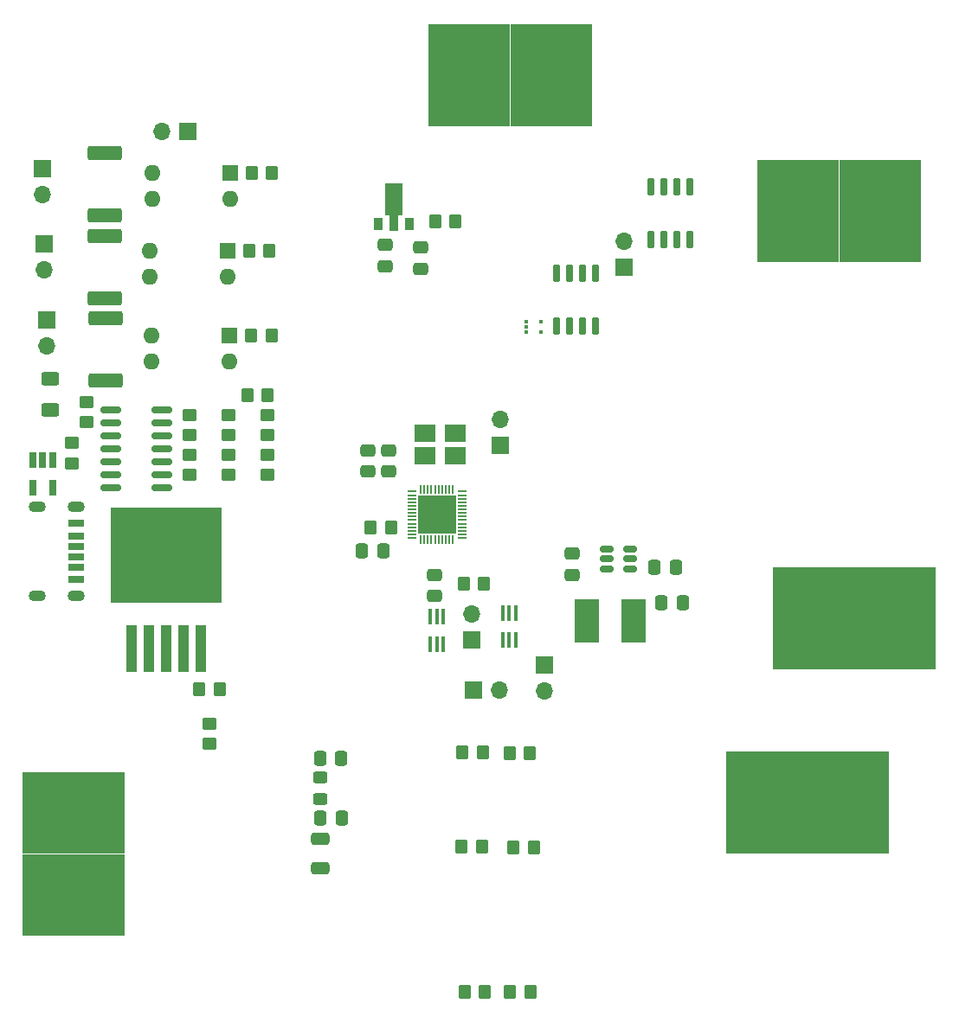
<source format=gbr>
%TF.GenerationSoftware,KiCad,Pcbnew,(6.0.2)*%
%TF.CreationDate,2022-04-25T03:39:25-07:00*%
%TF.ProjectId,schematic,73636865-6d61-4746-9963-2e6b69636164,rev?*%
%TF.SameCoordinates,Original*%
%TF.FileFunction,Soldermask,Top*%
%TF.FilePolarity,Negative*%
%FSLAX46Y46*%
G04 Gerber Fmt 4.6, Leading zero omitted, Abs format (unit mm)*
G04 Created by KiCad (PCBNEW (6.0.2)) date 2022-04-25 03:39:25*
%MOMM*%
%LPD*%
G01*
G04 APERTURE LIST*
G04 Aperture macros list*
%AMRoundRect*
0 Rectangle with rounded corners*
0 $1 Rounding radius*
0 $2 $3 $4 $5 $6 $7 $8 $9 X,Y pos of 4 corners*
0 Add a 4 corners polygon primitive as box body*
4,1,4,$2,$3,$4,$5,$6,$7,$8,$9,$2,$3,0*
0 Add four circle primitives for the rounded corners*
1,1,$1+$1,$2,$3*
1,1,$1+$1,$4,$5*
1,1,$1+$1,$6,$7*
1,1,$1+$1,$8,$9*
0 Add four rect primitives between the rounded corners*
20,1,$1+$1,$2,$3,$4,$5,0*
20,1,$1+$1,$4,$5,$6,$7,0*
20,1,$1+$1,$6,$7,$8,$9,0*
20,1,$1+$1,$8,$9,$2,$3,0*%
%AMFreePoly0*
4,1,9,3.862500,-0.866500,0.737500,-0.866500,0.737500,-0.450000,-0.737500,-0.450000,-0.737500,0.450000,0.737500,0.450000,0.737500,0.866500,3.862500,0.866500,3.862500,-0.866500,3.862500,-0.866500,$1*%
G04 Aperture macros list end*
%ADD10O,1.700000X1.700000*%
%ADD11R,1.700000X1.700000*%
%ADD12RoundRect,0.250000X-0.650000X0.350000X-0.650000X-0.350000X0.650000X-0.350000X0.650000X0.350000X0*%
%ADD13RoundRect,0.250000X-0.337500X-0.475000X0.337500X-0.475000X0.337500X0.475000X-0.337500X0.475000X0*%
%ADD14RoundRect,0.250000X0.450000X-0.325000X0.450000X0.325000X-0.450000X0.325000X-0.450000X-0.325000X0*%
%ADD15R,0.400000X1.500000*%
%ADD16RoundRect,0.250000X-0.350000X-0.450000X0.350000X-0.450000X0.350000X0.450000X-0.350000X0.450000X0*%
%ADD17RoundRect,0.250000X0.337500X0.475000X-0.337500X0.475000X-0.337500X-0.475000X0.337500X-0.475000X0*%
%ADD18RoundRect,0.150000X-0.150000X0.725000X-0.150000X-0.725000X0.150000X-0.725000X0.150000X0.725000X0*%
%ADD19RoundRect,0.150000X0.512500X0.150000X-0.512500X0.150000X-0.512500X-0.150000X0.512500X-0.150000X0*%
%ADD20R,0.900000X1.300000*%
%ADD21FreePoly0,90.000000*%
%ADD22RoundRect,0.250000X-0.475000X0.337500X-0.475000X-0.337500X0.475000X-0.337500X0.475000X0.337500X0*%
%ADD23RoundRect,0.250000X0.450000X-0.350000X0.450000X0.350000X-0.450000X0.350000X-0.450000X-0.350000X0*%
%ADD24RoundRect,0.250000X-0.450000X0.350000X-0.450000X-0.350000X0.450000X-0.350000X0.450000X0.350000X0*%
%ADD25R,2.400000X4.200000*%
%ADD26R,0.650000X1.560000*%
%ADD27RoundRect,0.250000X0.350000X0.450000X-0.350000X0.450000X-0.350000X-0.450000X0.350000X-0.450000X0*%
%ADD28R,8.000000X10.000000*%
%ADD29O,1.700000X1.100000*%
%ADD30R,1.600000X0.800000*%
%ADD31R,1.600000X0.760000*%
%ADD32R,1.600000X0.700000*%
%ADD33R,2.100000X1.800000*%
%ADD34R,1.100000X4.600000*%
%ADD35R,10.800000X9.400000*%
%ADD36RoundRect,0.050000X-0.350000X-0.050000X0.350000X-0.050000X0.350000X0.050000X-0.350000X0.050000X0*%
%ADD37RoundRect,0.050000X-0.050000X-0.350000X0.050000X-0.350000X0.050000X0.350000X-0.050000X0.350000X0*%
%ADD38R,3.700000X3.700000*%
%ADD39R,10.000000X8.000000*%
%ADD40RoundRect,0.250000X0.625000X-0.400000X0.625000X0.400000X-0.625000X0.400000X-0.625000X-0.400000X0*%
%ADD41R,0.450000X0.300000*%
%ADD42RoundRect,0.150000X-0.825000X-0.150000X0.825000X-0.150000X0.825000X0.150000X-0.825000X0.150000X0*%
%ADD43RoundRect,0.249999X-1.425001X0.450001X-1.425001X-0.450001X1.425001X-0.450001X1.425001X0.450001X0*%
%ADD44RoundRect,0.150000X0.150000X-0.725000X0.150000X0.725000X-0.150000X0.725000X-0.150000X-0.725000X0*%
%ADD45RoundRect,0.250000X0.475000X-0.337500X0.475000X0.337500X-0.475000X0.337500X-0.475000X-0.337500X0*%
%ADD46O,1.600000X1.600000*%
%ADD47R,1.600000X1.600000*%
G04 APERTURE END LIST*
D10*
%TO.C,J11*%
X149123400Y-110515400D03*
D11*
X149123400Y-107975400D03*
%TD*%
D10*
%TO.C,J10*%
X142011400Y-103002000D03*
D11*
X142011400Y-105542000D03*
%TD*%
D10*
%TO.C,J9*%
X144805400Y-84002800D03*
D11*
X144805400Y-86542800D03*
%TD*%
D10*
%TO.C,J4*%
X144703800Y-110439200D03*
D11*
X142163800Y-110439200D03*
%TD*%
D12*
%TO.C,AE1*%
X127203200Y-125018800D03*
X127203200Y-127918800D03*
%TD*%
D13*
%TO.C,C1*%
X127203200Y-122986800D03*
X129278200Y-122986800D03*
%TD*%
%TO.C,C2*%
X127177800Y-117170200D03*
X129252800Y-117170200D03*
%TD*%
D14*
%TO.C,L1*%
X127203200Y-121099800D03*
X127203200Y-119049800D03*
%TD*%
D15*
%TO.C,U21*%
X146319000Y-105597000D03*
X145669000Y-105597000D03*
X145019000Y-105597000D03*
X145019000Y-102937000D03*
X145669000Y-102937000D03*
X146319000Y-102937000D03*
%TD*%
%TO.C,U20*%
X137932400Y-103292600D03*
X138582400Y-103292600D03*
X139232400Y-103292600D03*
X139232400Y-105952600D03*
X138582400Y-105952600D03*
X137932400Y-105952600D03*
%TD*%
D16*
%TO.C,R10*%
X132096000Y-94589600D03*
X134096000Y-94589600D03*
%TD*%
D17*
%TO.C,C16*%
X133350000Y-96875600D03*
X131275000Y-96875600D03*
%TD*%
D18*
%TO.C,U3*%
X163347400Y-66379800D03*
X162077400Y-66379800D03*
X160807400Y-66379800D03*
X159537400Y-66379800D03*
X159537400Y-61229800D03*
X160807400Y-61229800D03*
X162077400Y-61229800D03*
X163347400Y-61229800D03*
%TD*%
D16*
%TO.C,R2*%
X138430000Y-64617600D03*
X140430000Y-64617600D03*
%TD*%
D19*
%TO.C,U16*%
X155210100Y-98587600D03*
X155210100Y-97637600D03*
X155210100Y-96687600D03*
X157485100Y-96687600D03*
X157485100Y-97637600D03*
X157485100Y-98587600D03*
%TD*%
D20*
%TO.C,U19*%
X135891400Y-64870600D03*
D21*
X134391400Y-64783100D03*
D20*
X132891400Y-64870600D03*
%TD*%
D13*
%TO.C,C13*%
X161957100Y-98475800D03*
X159882100Y-98475800D03*
%TD*%
D22*
%TO.C,C12*%
X136982200Y-69232600D03*
X136982200Y-67157600D03*
%TD*%
D23*
%TO.C,R39*%
X116357400Y-115731800D03*
X116357400Y-113731800D03*
%TD*%
D24*
%TO.C,R26*%
X118205200Y-85513000D03*
X118205200Y-83513000D03*
%TD*%
D25*
%TO.C,L2*%
X157810200Y-103682800D03*
X153310200Y-103682800D03*
%TD*%
D26*
%TO.C,U15*%
X101000600Y-90681800D03*
X99100600Y-90681800D03*
X99100600Y-87981800D03*
X100050600Y-87981800D03*
X101000600Y-87981800D03*
%TD*%
D27*
%TO.C,R3*%
X141214600Y-100076000D03*
X143214600Y-100076000D03*
%TD*%
D22*
%TO.C,C3*%
X133897200Y-89074600D03*
X133897200Y-86999600D03*
%TD*%
D24*
%TO.C,R25*%
X122015200Y-89418000D03*
X122015200Y-87418000D03*
%TD*%
D28*
%TO.C,J3*%
X181946400Y-63550800D03*
X173946400Y-63550800D03*
%TD*%
D10*
%TO.C,SW1*%
X111702800Y-55769600D03*
D11*
X114242800Y-55769600D03*
%TD*%
D16*
%TO.C,R17*%
X122465800Y-59859000D03*
X120465800Y-59859000D03*
%TD*%
D10*
%TO.C,BT2*%
X100196600Y-69282400D03*
D11*
X100196600Y-66742400D03*
%TD*%
D28*
%TO.C,J6*%
X183419600Y-103454200D03*
X175419600Y-103454200D03*
%TD*%
D27*
%TO.C,R20*%
X145710400Y-116662200D03*
X147710400Y-116662200D03*
%TD*%
D29*
%TO.C,J2*%
X103291800Y-92550600D03*
X99541800Y-101200600D03*
X103341800Y-101200600D03*
X99491800Y-92550600D03*
D30*
X103291800Y-94150600D03*
D31*
X103291800Y-95380600D03*
D32*
X103291800Y-97400600D03*
D30*
X103291800Y-99650600D03*
D31*
X103291800Y-98420600D03*
D32*
X103291800Y-96400600D03*
%TD*%
D16*
%TO.C,R18*%
X122211800Y-67479000D03*
X120211800Y-67479000D03*
%TD*%
D27*
%TO.C,R40*%
X117332000Y-110363000D03*
X115332000Y-110363000D03*
%TD*%
D33*
%TO.C,Y1*%
X137474200Y-87550600D03*
X140374200Y-87550600D03*
X140374200Y-85350600D03*
X137474200Y-85350600D03*
%TD*%
D10*
%TO.C,BT3*%
X100425200Y-76750000D03*
D11*
X100425200Y-74210000D03*
%TD*%
D16*
%TO.C,R19*%
X122440400Y-75759400D03*
X120440400Y-75759400D03*
%TD*%
D34*
%TO.C,U17*%
X115515600Y-106409800D03*
X113815600Y-106409800D03*
D35*
X112115600Y-97259800D03*
D34*
X112115600Y-106409800D03*
X110415600Y-106409800D03*
X108715600Y-106409800D03*
%TD*%
D36*
%TO.C,U1*%
X136146200Y-91030600D03*
X136146200Y-91380600D03*
X136146200Y-91730600D03*
X136146200Y-92080600D03*
X136146200Y-92430600D03*
X136146200Y-92780600D03*
X136146200Y-93130600D03*
X136146200Y-93480600D03*
X136146200Y-93830600D03*
X136146200Y-94180600D03*
X136146200Y-94530600D03*
X136146200Y-94880600D03*
X136146200Y-95230600D03*
X136146200Y-95580600D03*
D37*
X137021200Y-95755600D03*
X137371200Y-95755600D03*
X137721200Y-95755600D03*
X138071200Y-95755600D03*
X138421200Y-95755600D03*
X138771200Y-95755600D03*
X139121200Y-95755600D03*
X139471200Y-95755600D03*
X139821200Y-95755600D03*
X140171200Y-95755600D03*
D36*
X141046200Y-95580600D03*
X141046200Y-95230600D03*
X141046200Y-94880600D03*
X141046200Y-94530600D03*
X141046200Y-94180600D03*
X141046200Y-93830600D03*
X141046200Y-93480600D03*
X141046200Y-93130600D03*
X141046200Y-92780600D03*
X141046200Y-92430600D03*
X141046200Y-92080600D03*
X141046200Y-91730600D03*
X141046200Y-91380600D03*
X141046200Y-91030600D03*
D37*
X140171200Y-90855600D03*
X139821200Y-90855600D03*
X139471200Y-90855600D03*
X139121200Y-90855600D03*
X138771200Y-90855600D03*
X138421200Y-90855600D03*
X138071200Y-90855600D03*
X137721200Y-90855600D03*
X137371200Y-90855600D03*
X137021200Y-90855600D03*
D38*
X138596200Y-93305600D03*
%TD*%
D27*
%TO.C,TH1*%
X141113000Y-116535200D03*
X143113000Y-116535200D03*
%TD*%
D39*
%TO.C,J7*%
X103098600Y-130504200D03*
X103098600Y-122504200D03*
%TD*%
D40*
%TO.C,R4*%
X100755400Y-79950400D03*
X100755400Y-83050400D03*
%TD*%
D27*
%TO.C,R21*%
X146066000Y-125857000D03*
X148066000Y-125857000D03*
%TD*%
D41*
%TO.C,U8*%
X148756600Y-74379200D03*
X148756600Y-75379200D03*
X147356600Y-75379200D03*
X147356600Y-74879200D03*
X147356600Y-74379200D03*
%TD*%
D27*
%TO.C,TH2*%
X141011400Y-125831600D03*
X143011400Y-125831600D03*
%TD*%
D28*
%TO.C,J5*%
X149783800Y-50266600D03*
X141783800Y-50266600D03*
%TD*%
%TO.C,J8*%
X178847600Y-121437400D03*
X170847600Y-121437400D03*
%TD*%
D24*
%TO.C,R27*%
X118205200Y-89418000D03*
X118205200Y-87418000D03*
%TD*%
D42*
%TO.C,U5*%
X111688600Y-83007800D03*
X111688600Y-84277800D03*
X111688600Y-85547800D03*
X111688600Y-86817800D03*
X111688600Y-88087800D03*
X111688600Y-89357800D03*
X111688600Y-90627800D03*
X106738600Y-90627800D03*
X106738600Y-89357800D03*
X106738600Y-88087800D03*
X106738600Y-86817800D03*
X106738600Y-85547800D03*
X106738600Y-84277800D03*
X106738600Y-83007800D03*
%TD*%
D27*
%TO.C,TH3*%
X141306800Y-139979400D03*
X143306800Y-139979400D03*
%TD*%
D43*
%TO.C,R16*%
X106165600Y-80181000D03*
X106165600Y-74081000D03*
%TD*%
D44*
%TO.C,U4*%
X150317200Y-69662600D03*
X151587200Y-69662600D03*
X152857200Y-69662600D03*
X154127200Y-69662600D03*
X154127200Y-74812600D03*
X152857200Y-74812600D03*
X151587200Y-74812600D03*
X150317200Y-74812600D03*
%TD*%
D22*
%TO.C,C8*%
X138379200Y-101265900D03*
X138379200Y-99190900D03*
%TD*%
D13*
%TO.C,C14*%
X162642900Y-101879400D03*
X160567900Y-101879400D03*
%TD*%
D45*
%TO.C,C4*%
X131865200Y-86999600D03*
X131865200Y-89074600D03*
%TD*%
D27*
%TO.C,R24*%
X145745200Y-139979400D03*
X147745200Y-139979400D03*
%TD*%
D16*
%TO.C,R22*%
X122047000Y-81584800D03*
X120047000Y-81584800D03*
%TD*%
D10*
%TO.C,J1*%
X156921200Y-66527600D03*
D11*
X156921200Y-69067600D03*
%TD*%
D10*
%TO.C,BT1*%
X100044200Y-61992600D03*
D11*
X100044200Y-59452600D03*
%TD*%
D24*
%TO.C,R23*%
X122015200Y-85513000D03*
X122015200Y-83513000D03*
%TD*%
%TO.C,R33*%
X102914400Y-88291000D03*
X102914400Y-86291000D03*
%TD*%
%TO.C,R29*%
X114395200Y-89418000D03*
X114395200Y-87418000D03*
%TD*%
D43*
%TO.C,R15*%
X106114800Y-72103800D03*
X106114800Y-66003800D03*
%TD*%
D24*
%TO.C,R28*%
X114395200Y-85513000D03*
X114395200Y-83513000D03*
%TD*%
D43*
%TO.C,R12*%
X106089400Y-64001200D03*
X106089400Y-57901200D03*
%TD*%
D23*
%TO.C,R5*%
X104336800Y-82252400D03*
X104336800Y-84252400D03*
%TD*%
D46*
%TO.C,U14*%
X110702200Y-75729000D03*
X110702200Y-78269000D03*
X118322200Y-78269000D03*
D47*
X118322200Y-75729000D03*
%TD*%
D22*
%TO.C,C11*%
X151826400Y-99208500D03*
X151826400Y-97133500D03*
%TD*%
%TO.C,C9*%
X133553200Y-68953200D03*
X133553200Y-66878200D03*
%TD*%
D46*
%TO.C,U12*%
X110803800Y-59854000D03*
X110803800Y-62394000D03*
X118423800Y-62394000D03*
D47*
X118423800Y-59854000D03*
%TD*%
D46*
%TO.C,U13*%
X110549800Y-67499400D03*
X110549800Y-70039400D03*
X118169800Y-70039400D03*
D47*
X118169800Y-67499400D03*
%TD*%
M02*

</source>
